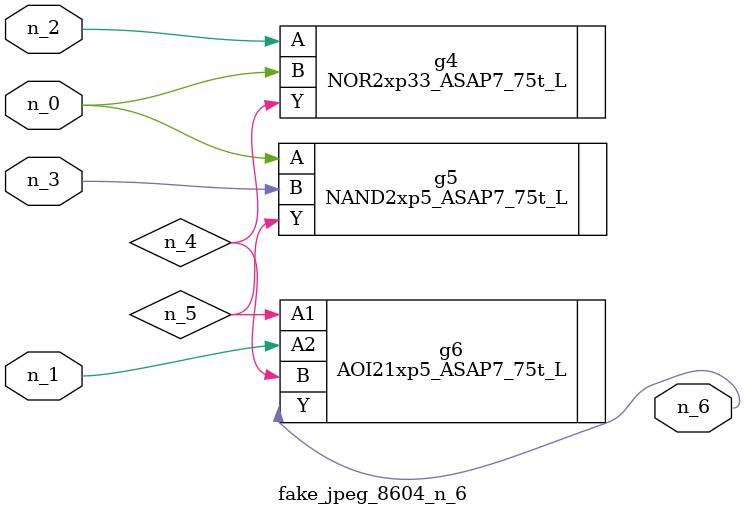
<source format=v>
module fake_jpeg_8604_n_6 (n_0, n_3, n_2, n_1, n_6);

input n_0;
input n_3;
input n_2;
input n_1;

output n_6;

wire n_4;
wire n_5;

NOR2xp33_ASAP7_75t_L g4 ( 
.A(n_2),
.B(n_0),
.Y(n_4)
);

NAND2xp5_ASAP7_75t_L g5 ( 
.A(n_0),
.B(n_3),
.Y(n_5)
);

AOI21xp5_ASAP7_75t_L g6 ( 
.A1(n_5),
.A2(n_1),
.B(n_4),
.Y(n_6)
);


endmodule
</source>
